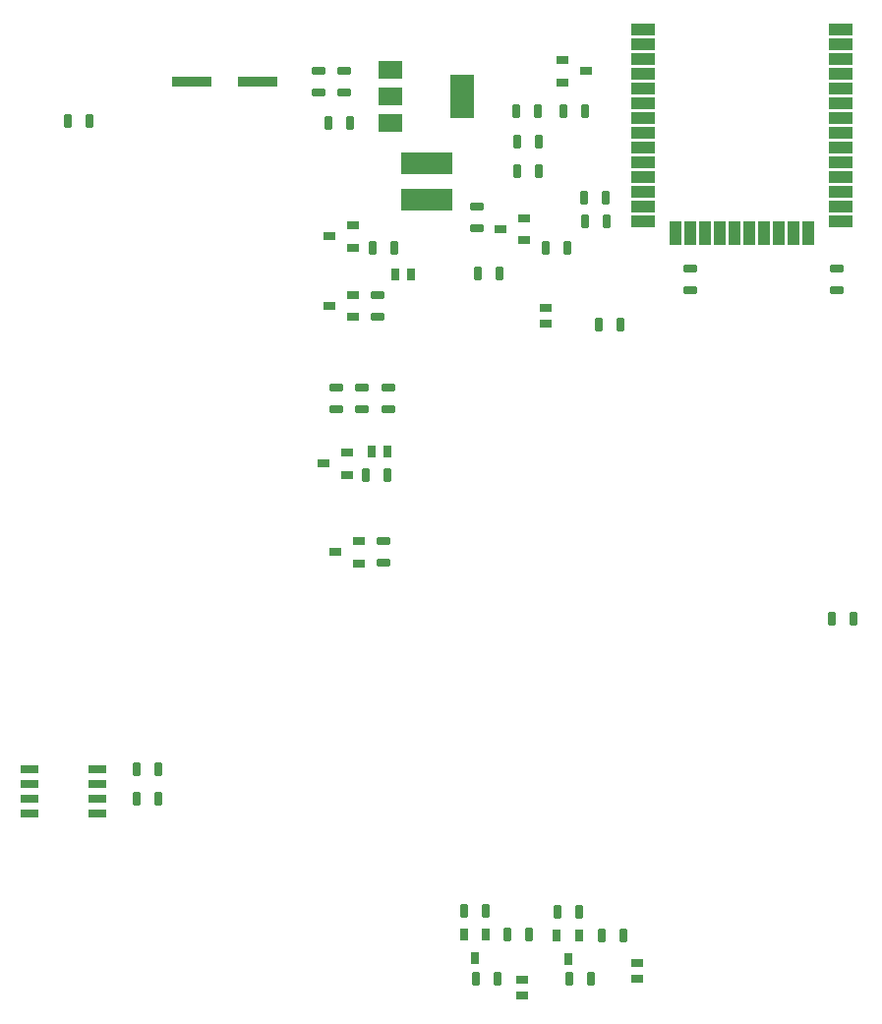
<source format=gtp>
G04*
G04 #@! TF.GenerationSoftware,Altium Limited,Altium Designer,21.0.8 (223)*
G04*
G04 Layer_Color=8421504*
%FSLAX24Y24*%
%MOIN*%
G70*
G04*
G04 #@! TF.SameCoordinates,C0C2F11B-7DCF-4775-9714-D77671BE90CB*
G04*
G04*
G04 #@! TF.FilePolarity,Positive*
G04*
G01*
G75*
G04:AMPARAMS|DCode=19|XSize=27.6mil|YSize=49.2mil|CornerRadius=6.9mil|HoleSize=0mil|Usage=FLASHONLY|Rotation=0.000|XOffset=0mil|YOffset=0mil|HoleType=Round|Shape=RoundedRectangle|*
%AMROUNDEDRECTD19*
21,1,0.0276,0.0354,0,0,0.0*
21,1,0.0138,0.0492,0,0,0.0*
1,1,0.0138,0.0069,-0.0177*
1,1,0.0138,-0.0069,-0.0177*
1,1,0.0138,-0.0069,0.0177*
1,1,0.0138,0.0069,0.0177*
%
%ADD19ROUNDEDRECTD19*%
%ADD20R,0.0400X0.0285*%
%ADD21R,0.0300X0.0400*%
%ADD22R,0.0800X0.0600*%
%ADD23R,0.0800X0.1500*%
%ADD24R,0.0591X0.0303*%
%ADD25R,0.1772X0.0748*%
%ADD26R,0.1358X0.0354*%
%ADD27R,0.0390X0.0800*%
%ADD28R,0.0800X0.0390*%
%ADD29R,0.0800X0.0400*%
G04:AMPARAMS|DCode=30|XSize=27.6mil|YSize=49.2mil|CornerRadius=6.9mil|HoleSize=0mil|Usage=FLASHONLY|Rotation=270.000|XOffset=0mil|YOffset=0mil|HoleType=Round|Shape=RoundedRectangle|*
%AMROUNDEDRECTD30*
21,1,0.0276,0.0354,0,0,270.0*
21,1,0.0138,0.0492,0,0,270.0*
1,1,0.0138,-0.0177,-0.0069*
1,1,0.0138,-0.0177,0.0069*
1,1,0.0138,0.0177,0.0069*
1,1,0.0138,0.0177,-0.0069*
%
%ADD30ROUNDEDRECTD30*%
%ADD31R,0.0400X0.0300*%
%ADD32R,0.0285X0.0400*%
D19*
X25724Y3750D02*
D03*
X24976D02*
D03*
X21074Y4600D02*
D03*
X20326D02*
D03*
X9974Y9400D02*
D03*
X9226D02*
D03*
Y8400D02*
D03*
X9974D02*
D03*
X21524Y26200D02*
D03*
X20776D02*
D03*
X24876Y24450D02*
D03*
X25624D02*
D03*
X16474Y31300D02*
D03*
X15726D02*
D03*
X22824Y31700D02*
D03*
X22076D02*
D03*
X22126Y30650D02*
D03*
X22874D02*
D03*
Y29650D02*
D03*
X22126D02*
D03*
X6876Y31350D02*
D03*
X7624D02*
D03*
X17974Y27050D02*
D03*
X17226D02*
D03*
X17724Y19350D02*
D03*
X16976D02*
D03*
X23076Y27050D02*
D03*
X23824D02*
D03*
X23676Y31700D02*
D03*
X24424D02*
D03*
X24624Y2300D02*
D03*
X23876D02*
D03*
X25124Y28750D02*
D03*
X24376D02*
D03*
X24224Y4550D02*
D03*
X23476D02*
D03*
X25174Y27950D02*
D03*
X24426D02*
D03*
X21474Y2300D02*
D03*
X20726D02*
D03*
X32776Y14500D02*
D03*
X33524D02*
D03*
X22524Y3800D02*
D03*
X21776D02*
D03*
D20*
X26200Y2278D02*
D03*
Y2822D02*
D03*
X22300Y2272D02*
D03*
Y1728D02*
D03*
X23100Y24478D02*
D03*
Y25022D02*
D03*
D21*
X20700Y3000D02*
D03*
X21075Y3800D02*
D03*
X20325D02*
D03*
X23850Y2950D02*
D03*
X24225Y3750D02*
D03*
X23475D02*
D03*
D22*
X17825Y33106D02*
D03*
Y32200D02*
D03*
Y31294D02*
D03*
D23*
X20275Y32206D02*
D03*
D24*
X5600Y9400D02*
D03*
Y8900D02*
D03*
Y8400D02*
D03*
Y7900D02*
D03*
X7900D02*
D03*
Y8400D02*
D03*
Y8900D02*
D03*
Y9400D02*
D03*
D25*
X19050Y29910D02*
D03*
Y28690D02*
D03*
D26*
X13322Y32700D02*
D03*
X11078D02*
D03*
D27*
X31996Y27556D02*
D03*
X27996D02*
D03*
X27496D02*
D03*
X31496D02*
D03*
X30996D02*
D03*
X30496D02*
D03*
X29996D02*
D03*
X29496Y27560D02*
D03*
X28996Y27556D02*
D03*
X28496D02*
D03*
D28*
X33093Y27950D02*
D03*
Y28450D02*
D03*
Y28958D02*
D03*
Y29450D02*
D03*
Y29950D02*
D03*
Y30450D02*
D03*
Y30950D02*
D03*
Y31450D02*
D03*
Y31950D02*
D03*
Y32950D02*
D03*
Y33450D02*
D03*
Y33950D02*
D03*
Y34450D02*
D03*
X26400D02*
D03*
Y33950D02*
D03*
Y33450D02*
D03*
Y32950D02*
D03*
Y32450D02*
D03*
Y31950D02*
D03*
Y31450D02*
D03*
Y30950D02*
D03*
Y30450D02*
D03*
Y29950D02*
D03*
Y29450D02*
D03*
Y28950D02*
D03*
Y28450D02*
D03*
Y27950D02*
D03*
D29*
X33093Y32450D02*
D03*
D30*
X16850Y22324D02*
D03*
Y21576D02*
D03*
X20750Y28474D02*
D03*
Y27726D02*
D03*
X17400Y24726D02*
D03*
Y25474D02*
D03*
X17600Y16376D02*
D03*
Y17124D02*
D03*
X16250Y32326D02*
D03*
Y33074D02*
D03*
X15400D02*
D03*
Y32326D02*
D03*
X17750Y22324D02*
D03*
Y21576D02*
D03*
X32950Y25626D02*
D03*
Y26374D02*
D03*
X16000Y21576D02*
D03*
Y22324D02*
D03*
X28000Y26374D02*
D03*
Y25626D02*
D03*
D31*
X21550Y27700D02*
D03*
X22350Y27325D02*
D03*
Y28075D02*
D03*
X15750Y27450D02*
D03*
X16550Y27075D02*
D03*
Y27825D02*
D03*
X15550Y19750D02*
D03*
X16350Y19375D02*
D03*
Y20125D02*
D03*
X24450Y33050D02*
D03*
X23650Y33425D02*
D03*
Y32675D02*
D03*
X15750Y25100D02*
D03*
X16550Y24725D02*
D03*
Y25475D02*
D03*
X15950Y16750D02*
D03*
X16750Y16375D02*
D03*
Y17125D02*
D03*
D32*
X18522Y26150D02*
D03*
X17978D02*
D03*
X17178Y20150D02*
D03*
X17722D02*
D03*
M02*

</source>
